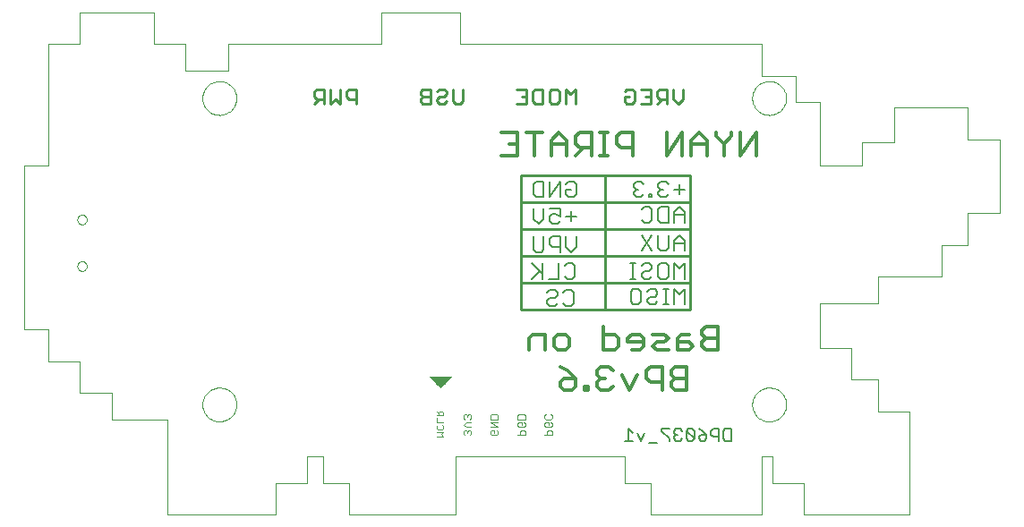
<source format=gbo>
G75*
%MOIN*%
%OFA0B0*%
%FSLAX24Y24*%
%IPPOS*%
%LPD*%
%AMOC8*
5,1,8,0,0,1.08239X$1,22.5*
%
%ADD10C,0.0100*%
%ADD11C,0.0040*%
%ADD12C,0.0120*%
%ADD13C,0.0110*%
%ADD14C,0.0080*%
%ADD15C,0.0010*%
%ADD16C,0.0000*%
%ADD17R,0.3346X0.0039*%
%ADD18R,0.3543X0.0039*%
%ADD19R,0.1181X0.0039*%
%ADD20R,0.0984X0.0039*%
%ADD21R,2.0276X0.0039*%
%ADD22R,0.2165X0.0039*%
%ADD23R,1.1220X0.0039*%
%ADD24R,0.2362X0.0039*%
%ADD25R,0.7874X0.0039*%
%ADD26R,0.0118X0.0039*%
%ADD27R,0.4528X0.0039*%
%ADD28R,0.4488X0.0039*%
%ADD29R,0.1024X0.0039*%
%ADD30R,2.1457X0.0039*%
%ADD31R,0.1220X0.0039*%
%ADD32R,1.9291X0.0039*%
%ADD33C,0.0060*%
D10*
X027936Y016774D02*
X031086Y016774D01*
X031086Y021774D01*
X027936Y021774D01*
X027936Y020774D01*
X034235Y020774D01*
X034235Y021774D01*
X031086Y021774D01*
X027936Y020774D02*
X027936Y019774D01*
X034235Y019774D01*
X034235Y020774D01*
X034235Y019774D02*
X034235Y018774D01*
X027936Y018774D01*
X027936Y017774D01*
X034235Y017774D01*
X034235Y018774D01*
X034235Y017774D02*
X034235Y016774D01*
X031086Y016774D01*
X027936Y016774D02*
X027936Y017774D01*
X027936Y018774D02*
X027936Y019774D01*
D11*
X027872Y012886D02*
X028058Y012886D01*
X028105Y012840D01*
X028105Y012700D01*
X027825Y012700D01*
X027825Y012840D01*
X027872Y012886D01*
X027872Y012592D02*
X027965Y012592D01*
X027965Y012498D01*
X028058Y012405D02*
X027872Y012405D01*
X027825Y012452D01*
X027825Y012545D01*
X027872Y012592D01*
X028058Y012592D02*
X028105Y012545D01*
X028105Y012452D01*
X028058Y012405D01*
X028058Y012297D02*
X027965Y012297D01*
X027918Y012250D01*
X027918Y012110D01*
X027825Y012110D02*
X028105Y012110D01*
X028105Y012250D01*
X028058Y012297D01*
X028825Y012452D02*
X028825Y012545D01*
X028872Y012592D01*
X028965Y012592D01*
X028965Y012498D01*
X029058Y012405D02*
X028872Y012405D01*
X028825Y012452D01*
X028965Y012297D02*
X028918Y012250D01*
X028918Y012110D01*
X028825Y012110D02*
X029105Y012110D01*
X029105Y012250D01*
X029058Y012297D01*
X028965Y012297D01*
X029058Y012405D02*
X029105Y012452D01*
X029105Y012545D01*
X029058Y012592D01*
X029058Y012700D02*
X028872Y012700D01*
X028825Y012746D01*
X028825Y012840D01*
X028872Y012886D01*
X029058Y012886D02*
X029105Y012840D01*
X029105Y012746D01*
X029058Y012700D01*
X027087Y012700D02*
X027087Y012840D01*
X027040Y012886D01*
X026853Y012886D01*
X026807Y012840D01*
X026807Y012700D01*
X027087Y012700D01*
X027087Y012592D02*
X026807Y012592D01*
X027087Y012405D01*
X026807Y012405D01*
X026853Y012297D02*
X026947Y012297D01*
X026947Y012204D01*
X027040Y012297D02*
X027087Y012250D01*
X027087Y012157D01*
X027040Y012110D01*
X026853Y012110D01*
X026807Y012157D01*
X026807Y012250D01*
X026853Y012297D01*
X026087Y012250D02*
X026040Y012297D01*
X025994Y012297D01*
X025947Y012250D01*
X025900Y012297D01*
X025853Y012297D01*
X025807Y012250D01*
X025807Y012157D01*
X025853Y012110D01*
X025947Y012204D02*
X025947Y012250D01*
X026087Y012250D02*
X026087Y012157D01*
X026040Y012110D01*
X026087Y012405D02*
X025900Y012405D01*
X025807Y012498D01*
X025900Y012592D01*
X026087Y012592D01*
X026040Y012700D02*
X026087Y012746D01*
X026087Y012840D01*
X026040Y012886D01*
X025994Y012886D01*
X025947Y012840D01*
X025900Y012886D01*
X025853Y012886D01*
X025807Y012840D01*
X025807Y012746D01*
X025853Y012700D01*
X025947Y012793D02*
X025947Y012840D01*
X025047Y012844D02*
X025047Y012964D01*
X025007Y013004D01*
X024927Y013004D01*
X024887Y012964D01*
X024887Y012844D01*
X024807Y012844D02*
X025047Y012844D01*
X024887Y012924D02*
X024807Y013004D01*
X024807Y012747D02*
X024807Y012587D01*
X025047Y012587D01*
X025007Y012489D02*
X025047Y012449D01*
X025047Y012369D01*
X025007Y012329D01*
X024847Y012329D01*
X024807Y012369D01*
X024807Y012449D01*
X024847Y012489D01*
X024807Y012231D02*
X025047Y012231D01*
X024967Y012151D01*
X025047Y012071D01*
X024807Y012071D01*
D12*
X028243Y015281D02*
X028243Y015721D01*
X028390Y015868D01*
X028830Y015868D01*
X028830Y015281D01*
X029164Y015428D02*
X029164Y015721D01*
X029311Y015868D01*
X029604Y015868D01*
X029751Y015721D01*
X029751Y015428D01*
X029604Y015281D01*
X029311Y015281D01*
X029164Y015428D01*
X029394Y014662D02*
X029688Y014515D01*
X029981Y014221D01*
X029541Y014221D01*
X029394Y014075D01*
X029394Y013928D01*
X029541Y013781D01*
X029835Y013781D01*
X029981Y013928D01*
X029981Y014221D01*
X030295Y013928D02*
X030295Y013781D01*
X030442Y013781D01*
X030442Y013928D01*
X030295Y013928D01*
X030775Y013928D02*
X030922Y013781D01*
X031216Y013781D01*
X031363Y013928D01*
X031069Y014221D02*
X030922Y014221D01*
X030775Y014075D01*
X030775Y013928D01*
X030922Y014221D02*
X030775Y014368D01*
X030775Y014515D01*
X030922Y014662D01*
X031216Y014662D01*
X031363Y014515D01*
X031696Y014368D02*
X031990Y013781D01*
X032283Y014368D01*
X032617Y014221D02*
X032764Y014075D01*
X033204Y014075D01*
X033204Y013781D02*
X033204Y014662D01*
X032764Y014662D01*
X032617Y014515D01*
X032617Y014221D01*
X033538Y014075D02*
X033538Y013928D01*
X033685Y013781D01*
X034125Y013781D01*
X034125Y014662D01*
X033685Y014662D01*
X033538Y014515D01*
X033538Y014368D01*
X033685Y014221D01*
X034125Y014221D01*
X033685Y014221D02*
X033538Y014075D01*
X033434Y015281D02*
X032994Y015281D01*
X032847Y015428D01*
X032994Y015575D01*
X033288Y015575D01*
X033434Y015721D01*
X033288Y015868D01*
X032847Y015868D01*
X032514Y015721D02*
X032514Y015428D01*
X032367Y015281D01*
X032073Y015281D01*
X031926Y015575D02*
X032514Y015575D01*
X032514Y015721D02*
X032367Y015868D01*
X032073Y015868D01*
X031926Y015721D01*
X031926Y015575D01*
X031593Y015721D02*
X031446Y015868D01*
X031006Y015868D01*
X031006Y016162D02*
X031006Y015281D01*
X031446Y015281D01*
X031593Y015428D01*
X031593Y015721D01*
X033768Y015721D02*
X033768Y015281D01*
X034208Y015281D01*
X034355Y015428D01*
X034208Y015575D01*
X033768Y015575D01*
X033768Y015721D02*
X033915Y015868D01*
X034208Y015868D01*
X034689Y015868D02*
X034836Y015721D01*
X035276Y015721D01*
X035276Y015281D02*
X035276Y016162D01*
X034836Y016162D01*
X034689Y016015D01*
X034689Y015868D01*
X034836Y015721D02*
X034689Y015575D01*
X034689Y015428D01*
X034836Y015281D01*
X035276Y015281D01*
X035497Y022511D02*
X035497Y022952D01*
X035203Y023245D01*
X035203Y023392D01*
X034869Y023098D02*
X034576Y023392D01*
X034282Y023098D01*
X034282Y022511D01*
X033949Y022511D02*
X033949Y023392D01*
X033361Y022511D01*
X033361Y023392D01*
X034282Y022952D02*
X034869Y022952D01*
X034869Y023098D02*
X034869Y022511D01*
X035497Y022952D02*
X035790Y023245D01*
X035790Y023392D01*
X036124Y023392D02*
X036124Y022511D01*
X036711Y023392D01*
X036711Y022511D01*
X032107Y022511D02*
X032107Y023392D01*
X031667Y023392D01*
X031520Y023245D01*
X031520Y022952D01*
X031667Y022805D01*
X032107Y022805D01*
X031186Y022511D02*
X030893Y022511D01*
X031039Y022511D02*
X031039Y023392D01*
X030893Y023392D02*
X031186Y023392D01*
X030572Y023392D02*
X030572Y022511D01*
X030572Y022805D02*
X030132Y022805D01*
X029985Y022952D01*
X029985Y023245D01*
X030132Y023392D01*
X030572Y023392D01*
X029652Y023098D02*
X029358Y023392D01*
X029064Y023098D01*
X029064Y022511D01*
X029064Y022952D02*
X029652Y022952D01*
X029652Y023098D02*
X029652Y022511D01*
X029985Y022511D02*
X030279Y022805D01*
X028731Y023392D02*
X028144Y023392D01*
X028437Y023392D02*
X028437Y022511D01*
X027810Y022511D02*
X027223Y022511D01*
X027516Y022952D02*
X027810Y022952D01*
X027810Y023392D02*
X027223Y023392D01*
X027810Y023392D02*
X027810Y022511D01*
D13*
X027778Y024448D02*
X028145Y024448D01*
X028145Y024998D01*
X027778Y024998D01*
X027962Y024723D02*
X028145Y024723D01*
X028386Y024906D02*
X028478Y024998D01*
X028753Y024998D01*
X028753Y024448D01*
X028478Y024448D01*
X028386Y024539D01*
X028386Y024906D01*
X028994Y024906D02*
X028994Y024539D01*
X029086Y024448D01*
X029269Y024448D01*
X029361Y024539D01*
X029361Y024906D01*
X029269Y024998D01*
X029086Y024998D01*
X028994Y024906D01*
X029602Y024998D02*
X029602Y024448D01*
X029969Y024448D02*
X029969Y024998D01*
X029785Y024815D01*
X029602Y024998D01*
X031802Y024906D02*
X031893Y024998D01*
X032077Y024998D01*
X032169Y024906D01*
X032169Y024539D01*
X032077Y024448D01*
X031893Y024448D01*
X031802Y024539D01*
X031802Y024723D01*
X031985Y024723D01*
X032409Y024998D02*
X032776Y024998D01*
X032776Y024448D01*
X032409Y024448D01*
X032593Y024723D02*
X032776Y024723D01*
X033017Y024723D02*
X033109Y024631D01*
X033384Y024631D01*
X033384Y024448D02*
X033384Y024998D01*
X033109Y024998D01*
X033017Y024906D01*
X033017Y024723D01*
X033201Y024631D02*
X033017Y024448D01*
X033625Y024631D02*
X033625Y024998D01*
X033992Y024998D02*
X033992Y024631D01*
X033808Y024448D01*
X033625Y024631D01*
X025777Y024539D02*
X025685Y024448D01*
X025502Y024448D01*
X025410Y024539D01*
X025410Y024998D01*
X025169Y024906D02*
X025169Y024815D01*
X025077Y024723D01*
X024894Y024723D01*
X024802Y024631D01*
X024802Y024539D01*
X024894Y024448D01*
X025077Y024448D01*
X025169Y024539D01*
X025169Y024906D02*
X025077Y024998D01*
X024894Y024998D01*
X024802Y024906D01*
X024561Y024998D02*
X024561Y024448D01*
X024286Y024448D01*
X024194Y024539D01*
X024194Y024631D01*
X024286Y024723D01*
X024561Y024723D01*
X024286Y024723D02*
X024194Y024815D01*
X024194Y024906D01*
X024286Y024998D01*
X024561Y024998D01*
X025777Y024998D02*
X025777Y024539D01*
X021824Y024448D02*
X021824Y024998D01*
X021549Y024998D01*
X021457Y024906D01*
X021457Y024723D01*
X021549Y024631D01*
X021824Y024631D01*
X021216Y024448D02*
X021033Y024631D01*
X020850Y024448D01*
X020850Y024998D01*
X020609Y024998D02*
X020609Y024448D01*
X020609Y024631D02*
X020334Y024631D01*
X020242Y024723D01*
X020242Y024906D01*
X020334Y024998D01*
X020609Y024998D01*
X020425Y024631D02*
X020242Y024448D01*
X021216Y024448D02*
X021216Y024998D01*
D14*
X028404Y021460D02*
X028404Y021073D01*
X028501Y020976D01*
X028791Y020976D01*
X028791Y021557D01*
X028501Y021557D01*
X028404Y021460D01*
X029012Y021557D02*
X029012Y020976D01*
X029399Y021557D01*
X029399Y020976D01*
X029620Y021073D02*
X029620Y021267D01*
X029813Y021267D01*
X029620Y021460D02*
X029717Y021557D01*
X029910Y021557D01*
X030007Y021460D01*
X030007Y021073D01*
X029910Y020976D01*
X029717Y020976D01*
X029620Y021073D01*
X029399Y020557D02*
X029012Y020557D01*
X029109Y020363D02*
X029012Y020267D01*
X029012Y020073D01*
X029109Y019976D01*
X029302Y019976D01*
X029399Y020073D01*
X029399Y020267D02*
X029206Y020363D01*
X029109Y020363D01*
X029399Y020267D02*
X029399Y020557D01*
X029620Y020267D02*
X030007Y020267D01*
X029813Y020460D02*
X029813Y020073D01*
X029620Y019507D02*
X029620Y019120D01*
X029813Y018926D01*
X030007Y019120D01*
X030007Y019507D01*
X029399Y019507D02*
X029399Y018926D01*
X029399Y019120D02*
X029109Y019120D01*
X029012Y019217D01*
X029012Y019410D01*
X029109Y019507D01*
X029399Y019507D01*
X028791Y019507D02*
X028791Y019023D01*
X028695Y018926D01*
X028501Y018926D01*
X028404Y019023D01*
X028404Y019507D01*
X028598Y019976D02*
X028404Y020170D01*
X028404Y020557D01*
X028791Y020557D02*
X028791Y020170D01*
X028598Y019976D01*
X028741Y018507D02*
X028741Y017926D01*
X028741Y018120D02*
X028354Y018507D01*
X028645Y018217D02*
X028354Y017926D01*
X028962Y017926D02*
X029349Y017926D01*
X029349Y018507D01*
X029570Y018410D02*
X029667Y018507D01*
X029860Y018507D01*
X029957Y018410D01*
X029957Y018023D01*
X029860Y017926D01*
X029667Y017926D01*
X029570Y018023D01*
X029614Y017517D02*
X029807Y017517D01*
X029904Y017421D01*
X029904Y017034D01*
X029807Y016937D01*
X029614Y016937D01*
X029517Y017034D01*
X029296Y017034D02*
X029199Y016937D01*
X029006Y016937D01*
X028909Y017034D01*
X028909Y017130D01*
X029006Y017227D01*
X029199Y017227D01*
X029296Y017324D01*
X029296Y017421D01*
X029199Y017517D01*
X029006Y017517D01*
X028909Y017421D01*
X029517Y017421D02*
X029614Y017517D01*
X032030Y017460D02*
X032030Y017073D01*
X032127Y016976D01*
X032321Y016976D01*
X032417Y017073D01*
X032417Y017460D01*
X032321Y017557D01*
X032127Y017557D01*
X032030Y017460D01*
X032021Y017926D02*
X032215Y017926D01*
X032118Y017926D02*
X032118Y018507D01*
X032215Y018507D02*
X032021Y018507D01*
X032436Y018410D02*
X032532Y018507D01*
X032726Y018507D01*
X032823Y018410D01*
X032823Y018313D01*
X032726Y018217D01*
X032532Y018217D01*
X032436Y018120D01*
X032436Y018023D01*
X032532Y017926D01*
X032726Y017926D01*
X032823Y018023D01*
X033043Y018023D02*
X033043Y018410D01*
X033140Y018507D01*
X033334Y018507D01*
X033430Y018410D01*
X033430Y018023D01*
X033334Y017926D01*
X033140Y017926D01*
X033043Y018023D01*
X032928Y017557D02*
X033025Y017460D01*
X033025Y017363D01*
X032928Y017267D01*
X032735Y017267D01*
X032638Y017170D01*
X032638Y017073D01*
X032735Y016976D01*
X032928Y016976D01*
X033025Y017073D01*
X033237Y016976D02*
X033430Y016976D01*
X033334Y016976D02*
X033334Y017557D01*
X033430Y017557D02*
X033237Y017557D01*
X032928Y017557D02*
X032735Y017557D01*
X032638Y017460D01*
X033651Y017557D02*
X033651Y016976D01*
X034038Y016976D02*
X034038Y017557D01*
X033845Y017363D01*
X033651Y017557D01*
X033651Y017926D02*
X033651Y018507D01*
X033845Y018313D01*
X034038Y018507D01*
X034038Y017926D01*
X034038Y018976D02*
X034038Y019363D01*
X033845Y019557D01*
X033651Y019363D01*
X033651Y018976D01*
X033430Y019073D02*
X033334Y018976D01*
X033140Y018976D01*
X033043Y019073D01*
X033043Y019557D01*
X032823Y019557D02*
X032436Y018976D01*
X032823Y018976D02*
X032436Y019557D01*
X032532Y020026D02*
X032436Y020123D01*
X032532Y020026D02*
X032726Y020026D01*
X032823Y020123D01*
X032823Y020510D01*
X032726Y020607D01*
X032532Y020607D01*
X032436Y020510D01*
X032422Y020976D02*
X032519Y021073D01*
X032422Y020976D02*
X032228Y020976D01*
X032132Y021073D01*
X032132Y021170D01*
X032228Y021267D01*
X032325Y021267D01*
X032228Y021267D02*
X032132Y021363D01*
X032132Y021460D01*
X032228Y021557D01*
X032422Y021557D01*
X032519Y021460D01*
X032726Y021073D02*
X032726Y020976D01*
X032823Y020976D01*
X032823Y021073D01*
X032726Y021073D01*
X033043Y021073D02*
X033140Y020976D01*
X033334Y020976D01*
X033430Y021073D01*
X033237Y021267D02*
X033140Y021267D01*
X033043Y021170D01*
X033043Y021073D01*
X033140Y021267D02*
X033043Y021363D01*
X033043Y021460D01*
X033140Y021557D01*
X033334Y021557D01*
X033430Y021460D01*
X033651Y021267D02*
X034038Y021267D01*
X033845Y021460D02*
X033845Y021073D01*
X033845Y020607D02*
X033651Y020413D01*
X033651Y020026D01*
X033430Y020026D02*
X033430Y020607D01*
X033140Y020607D01*
X033043Y020510D01*
X033043Y020123D01*
X033140Y020026D01*
X033430Y020026D01*
X033651Y020317D02*
X034038Y020317D01*
X034038Y020413D02*
X033845Y020607D01*
X034038Y020413D02*
X034038Y020026D01*
X033430Y019557D02*
X033430Y019073D01*
X033651Y019267D02*
X034038Y019267D01*
D15*
X025337Y014281D02*
X024550Y014281D01*
X024944Y013888D01*
X025337Y014281D01*
X025332Y014276D02*
X024555Y014276D01*
X024564Y014268D02*
X025324Y014268D01*
X025315Y014259D02*
X024572Y014259D01*
X024581Y014251D02*
X025307Y014251D01*
X025298Y014242D02*
X024589Y014242D01*
X024598Y014234D02*
X025290Y014234D01*
X025281Y014225D02*
X024606Y014225D01*
X024615Y014217D02*
X025273Y014217D01*
X025264Y014208D02*
X024623Y014208D01*
X024632Y014200D02*
X025256Y014200D01*
X025247Y014191D02*
X024640Y014191D01*
X024649Y014183D02*
X025239Y014183D01*
X025230Y014174D02*
X024657Y014174D01*
X024666Y014166D02*
X025222Y014166D01*
X025213Y014157D02*
X024674Y014157D01*
X024683Y014149D02*
X025205Y014149D01*
X025196Y014140D02*
X024691Y014140D01*
X024700Y014132D02*
X025188Y014132D01*
X025179Y014123D02*
X024708Y014123D01*
X024717Y014115D02*
X025171Y014115D01*
X025162Y014106D02*
X024725Y014106D01*
X024734Y014098D02*
X025154Y014098D01*
X025145Y014089D02*
X024742Y014089D01*
X024751Y014081D02*
X025137Y014081D01*
X025128Y014072D02*
X024759Y014072D01*
X024768Y014064D02*
X025120Y014064D01*
X025111Y014055D02*
X024776Y014055D01*
X024785Y014047D02*
X025103Y014047D01*
X025094Y014038D02*
X024793Y014038D01*
X024802Y014030D02*
X025086Y014030D01*
X025077Y014021D02*
X024810Y014021D01*
X024819Y014013D02*
X025069Y014013D01*
X025060Y014004D02*
X024827Y014004D01*
X024836Y013996D02*
X025052Y013996D01*
X025043Y013987D02*
X024844Y013987D01*
X024853Y013979D02*
X025035Y013979D01*
X025026Y013970D02*
X024861Y013970D01*
X024870Y013962D02*
X025018Y013962D01*
X025009Y013953D02*
X024878Y013953D01*
X024887Y013945D02*
X025001Y013945D01*
X024992Y013936D02*
X024895Y013936D01*
X024904Y013928D02*
X024984Y013928D01*
X024975Y013919D02*
X024912Y013919D01*
X024921Y013911D02*
X024967Y013911D01*
X024958Y013902D02*
X024929Y013902D01*
X024938Y013894D02*
X024950Y013894D01*
D16*
X014767Y012700D02*
X012700Y012700D01*
X012700Y013684D01*
X011519Y013684D01*
X011519Y014865D01*
X010337Y014865D01*
X010337Y016046D01*
X009452Y016046D01*
X009452Y022149D01*
X010337Y022149D01*
X010337Y026676D01*
X011519Y026676D01*
X011519Y027857D01*
X014274Y027857D01*
X014274Y026676D01*
X015456Y026676D01*
X015456Y025692D01*
X017030Y025692D01*
X017030Y026676D01*
X022739Y026676D01*
X022739Y027857D01*
X025692Y027857D01*
X025692Y026676D01*
X036912Y026676D01*
X036912Y025495D01*
X038192Y025495D01*
X038192Y024511D01*
X039078Y024511D01*
X039078Y022149D01*
X040652Y022149D01*
X040652Y023034D01*
X041834Y023034D01*
X041834Y024314D01*
X044589Y024314D01*
X044589Y023133D01*
X045771Y023133D01*
X045771Y020377D01*
X044589Y020377D01*
X044589Y019196D01*
X043605Y019196D01*
X043605Y018015D01*
X041243Y018015D01*
X041243Y017030D01*
X039078Y017030D01*
X039078Y015357D01*
X040259Y015357D01*
X040259Y014176D01*
X041243Y014176D01*
X041243Y012995D01*
X042424Y012995D01*
X042424Y009156D01*
X038487Y009156D01*
X038487Y010337D01*
X037306Y010337D01*
X037306Y011322D01*
X036912Y011322D01*
X036912Y009156D01*
X032778Y009156D01*
X032778Y010337D01*
X031794Y010337D01*
X031794Y011322D01*
X025495Y011322D01*
X025495Y009156D01*
X021558Y009156D01*
X021558Y010337D01*
X020574Y010337D01*
X020574Y011322D01*
X019983Y011322D01*
X019983Y010337D01*
X018802Y010337D01*
X018802Y009156D01*
X014767Y009156D01*
X014767Y012700D01*
X016085Y013251D02*
X016087Y013301D01*
X016093Y013351D01*
X016103Y013400D01*
X016117Y013448D01*
X016134Y013495D01*
X016155Y013540D01*
X016180Y013584D01*
X016208Y013625D01*
X016240Y013664D01*
X016274Y013701D01*
X016311Y013735D01*
X016351Y013765D01*
X016393Y013792D01*
X016437Y013816D01*
X016483Y013837D01*
X016530Y013853D01*
X016578Y013866D01*
X016628Y013875D01*
X016677Y013880D01*
X016728Y013881D01*
X016778Y013878D01*
X016827Y013871D01*
X016876Y013860D01*
X016924Y013845D01*
X016970Y013827D01*
X017015Y013805D01*
X017058Y013779D01*
X017099Y013750D01*
X017138Y013718D01*
X017174Y013683D01*
X017206Y013645D01*
X017236Y013605D01*
X017263Y013562D01*
X017286Y013518D01*
X017305Y013472D01*
X017321Y013424D01*
X017333Y013375D01*
X017341Y013326D01*
X017345Y013276D01*
X017345Y013226D01*
X017341Y013176D01*
X017333Y013127D01*
X017321Y013078D01*
X017305Y013030D01*
X017286Y012984D01*
X017263Y012940D01*
X017236Y012897D01*
X017206Y012857D01*
X017174Y012819D01*
X017138Y012784D01*
X017099Y012752D01*
X017058Y012723D01*
X017015Y012697D01*
X016970Y012675D01*
X016924Y012657D01*
X016876Y012642D01*
X016827Y012631D01*
X016778Y012624D01*
X016728Y012621D01*
X016677Y012622D01*
X016628Y012627D01*
X016578Y012636D01*
X016530Y012649D01*
X016483Y012665D01*
X016437Y012686D01*
X016393Y012710D01*
X016351Y012737D01*
X016311Y012767D01*
X016274Y012801D01*
X016240Y012838D01*
X016208Y012877D01*
X016180Y012918D01*
X016155Y012962D01*
X016134Y013007D01*
X016117Y013054D01*
X016103Y013102D01*
X016093Y013151D01*
X016087Y013201D01*
X016085Y013251D01*
X011420Y018408D02*
X011422Y018434D01*
X011428Y018460D01*
X011438Y018485D01*
X011451Y018508D01*
X011467Y018528D01*
X011487Y018546D01*
X011509Y018561D01*
X011532Y018573D01*
X011558Y018581D01*
X011584Y018585D01*
X011610Y018585D01*
X011636Y018581D01*
X011662Y018573D01*
X011686Y018561D01*
X011707Y018546D01*
X011727Y018528D01*
X011743Y018508D01*
X011756Y018485D01*
X011766Y018460D01*
X011772Y018434D01*
X011774Y018408D01*
X011772Y018382D01*
X011766Y018356D01*
X011756Y018331D01*
X011743Y018308D01*
X011727Y018288D01*
X011707Y018270D01*
X011685Y018255D01*
X011662Y018243D01*
X011636Y018235D01*
X011610Y018231D01*
X011584Y018231D01*
X011558Y018235D01*
X011532Y018243D01*
X011508Y018255D01*
X011487Y018270D01*
X011467Y018288D01*
X011451Y018308D01*
X011438Y018331D01*
X011428Y018356D01*
X011422Y018382D01*
X011420Y018408D01*
X011420Y020141D02*
X011422Y020167D01*
X011428Y020193D01*
X011438Y020218D01*
X011451Y020241D01*
X011467Y020261D01*
X011487Y020279D01*
X011509Y020294D01*
X011532Y020306D01*
X011558Y020314D01*
X011584Y020318D01*
X011610Y020318D01*
X011636Y020314D01*
X011662Y020306D01*
X011686Y020294D01*
X011707Y020279D01*
X011727Y020261D01*
X011743Y020241D01*
X011756Y020218D01*
X011766Y020193D01*
X011772Y020167D01*
X011774Y020141D01*
X011772Y020115D01*
X011766Y020089D01*
X011756Y020064D01*
X011743Y020041D01*
X011727Y020021D01*
X011707Y020003D01*
X011685Y019988D01*
X011662Y019976D01*
X011636Y019968D01*
X011610Y019964D01*
X011584Y019964D01*
X011558Y019968D01*
X011532Y019976D01*
X011508Y019988D01*
X011487Y020003D01*
X011467Y020021D01*
X011451Y020041D01*
X011438Y020064D01*
X011428Y020089D01*
X011422Y020115D01*
X011420Y020141D01*
X016085Y024668D02*
X016087Y024718D01*
X016093Y024768D01*
X016103Y024817D01*
X016117Y024865D01*
X016134Y024912D01*
X016155Y024957D01*
X016180Y025001D01*
X016208Y025042D01*
X016240Y025081D01*
X016274Y025118D01*
X016311Y025152D01*
X016351Y025182D01*
X016393Y025209D01*
X016437Y025233D01*
X016483Y025254D01*
X016530Y025270D01*
X016578Y025283D01*
X016628Y025292D01*
X016677Y025297D01*
X016728Y025298D01*
X016778Y025295D01*
X016827Y025288D01*
X016876Y025277D01*
X016924Y025262D01*
X016970Y025244D01*
X017015Y025222D01*
X017058Y025196D01*
X017099Y025167D01*
X017138Y025135D01*
X017174Y025100D01*
X017206Y025062D01*
X017236Y025022D01*
X017263Y024979D01*
X017286Y024935D01*
X017305Y024889D01*
X017321Y024841D01*
X017333Y024792D01*
X017341Y024743D01*
X017345Y024693D01*
X017345Y024643D01*
X017341Y024593D01*
X017333Y024544D01*
X017321Y024495D01*
X017305Y024447D01*
X017286Y024401D01*
X017263Y024357D01*
X017236Y024314D01*
X017206Y024274D01*
X017174Y024236D01*
X017138Y024201D01*
X017099Y024169D01*
X017058Y024140D01*
X017015Y024114D01*
X016970Y024092D01*
X016924Y024074D01*
X016876Y024059D01*
X016827Y024048D01*
X016778Y024041D01*
X016728Y024038D01*
X016677Y024039D01*
X016628Y024044D01*
X016578Y024053D01*
X016530Y024066D01*
X016483Y024082D01*
X016437Y024103D01*
X016393Y024127D01*
X016351Y024154D01*
X016311Y024184D01*
X016274Y024218D01*
X016240Y024255D01*
X016208Y024294D01*
X016180Y024335D01*
X016155Y024379D01*
X016134Y024424D01*
X016117Y024471D01*
X016103Y024519D01*
X016093Y024568D01*
X016087Y024618D01*
X016085Y024668D01*
X036558Y024668D02*
X036560Y024718D01*
X036566Y024768D01*
X036576Y024817D01*
X036590Y024865D01*
X036607Y024912D01*
X036628Y024957D01*
X036653Y025001D01*
X036681Y025042D01*
X036713Y025081D01*
X036747Y025118D01*
X036784Y025152D01*
X036824Y025182D01*
X036866Y025209D01*
X036910Y025233D01*
X036956Y025254D01*
X037003Y025270D01*
X037051Y025283D01*
X037101Y025292D01*
X037150Y025297D01*
X037201Y025298D01*
X037251Y025295D01*
X037300Y025288D01*
X037349Y025277D01*
X037397Y025262D01*
X037443Y025244D01*
X037488Y025222D01*
X037531Y025196D01*
X037572Y025167D01*
X037611Y025135D01*
X037647Y025100D01*
X037679Y025062D01*
X037709Y025022D01*
X037736Y024979D01*
X037759Y024935D01*
X037778Y024889D01*
X037794Y024841D01*
X037806Y024792D01*
X037814Y024743D01*
X037818Y024693D01*
X037818Y024643D01*
X037814Y024593D01*
X037806Y024544D01*
X037794Y024495D01*
X037778Y024447D01*
X037759Y024401D01*
X037736Y024357D01*
X037709Y024314D01*
X037679Y024274D01*
X037647Y024236D01*
X037611Y024201D01*
X037572Y024169D01*
X037531Y024140D01*
X037488Y024114D01*
X037443Y024092D01*
X037397Y024074D01*
X037349Y024059D01*
X037300Y024048D01*
X037251Y024041D01*
X037201Y024038D01*
X037150Y024039D01*
X037101Y024044D01*
X037051Y024053D01*
X037003Y024066D01*
X036956Y024082D01*
X036910Y024103D01*
X036866Y024127D01*
X036824Y024154D01*
X036784Y024184D01*
X036747Y024218D01*
X036713Y024255D01*
X036681Y024294D01*
X036653Y024335D01*
X036628Y024379D01*
X036607Y024424D01*
X036590Y024471D01*
X036576Y024519D01*
X036566Y024568D01*
X036560Y024618D01*
X036558Y024668D01*
X036558Y013251D02*
X036560Y013301D01*
X036566Y013351D01*
X036576Y013400D01*
X036590Y013448D01*
X036607Y013495D01*
X036628Y013540D01*
X036653Y013584D01*
X036681Y013625D01*
X036713Y013664D01*
X036747Y013701D01*
X036784Y013735D01*
X036824Y013765D01*
X036866Y013792D01*
X036910Y013816D01*
X036956Y013837D01*
X037003Y013853D01*
X037051Y013866D01*
X037101Y013875D01*
X037150Y013880D01*
X037201Y013881D01*
X037251Y013878D01*
X037300Y013871D01*
X037349Y013860D01*
X037397Y013845D01*
X037443Y013827D01*
X037488Y013805D01*
X037531Y013779D01*
X037572Y013750D01*
X037611Y013718D01*
X037647Y013683D01*
X037679Y013645D01*
X037709Y013605D01*
X037736Y013562D01*
X037759Y013518D01*
X037778Y013472D01*
X037794Y013424D01*
X037806Y013375D01*
X037814Y013326D01*
X037818Y013276D01*
X037818Y013226D01*
X037814Y013176D01*
X037806Y013127D01*
X037794Y013078D01*
X037778Y013030D01*
X037759Y012984D01*
X037736Y012940D01*
X037709Y012897D01*
X037679Y012857D01*
X037647Y012819D01*
X037611Y012784D01*
X037572Y012752D01*
X037531Y012723D01*
X037488Y012697D01*
X037443Y012675D01*
X037397Y012657D01*
X037349Y012642D01*
X037300Y012631D01*
X037251Y012624D01*
X037201Y012621D01*
X037150Y012622D01*
X037101Y012627D01*
X037051Y012636D01*
X037003Y012649D01*
X036956Y012665D01*
X036910Y012686D01*
X036866Y012710D01*
X036824Y012737D01*
X036784Y012767D01*
X036747Y012801D01*
X036713Y012838D01*
X036681Y012877D01*
X036653Y012918D01*
X036628Y012962D01*
X036607Y013007D01*
X036590Y013054D01*
X036576Y013102D01*
X036566Y013151D01*
X036560Y013201D01*
X036558Y013251D01*
D17*
X040456Y010574D03*
X040456Y010534D03*
X040456Y010495D03*
X040456Y010456D03*
X040456Y010416D03*
X040456Y010377D03*
X040456Y010337D03*
X040456Y010298D03*
X040456Y010259D03*
X040456Y010219D03*
X040456Y010180D03*
X040456Y010141D03*
X040456Y010101D03*
X040456Y010062D03*
X040456Y010023D03*
X040456Y009983D03*
X040456Y009944D03*
X040456Y009904D03*
X040456Y009865D03*
X040456Y009826D03*
X040456Y009786D03*
X040456Y009747D03*
X040456Y009708D03*
X040456Y009668D03*
X040456Y009629D03*
X040456Y009589D03*
X040456Y009550D03*
X040456Y009511D03*
X040456Y009471D03*
X040456Y009432D03*
X039274Y017306D03*
X039274Y017345D03*
X039274Y017385D03*
X039274Y017424D03*
X039274Y017463D03*
X039274Y017503D03*
X039274Y017542D03*
X039274Y017582D03*
X039274Y017621D03*
X039274Y017660D03*
X039274Y017700D03*
X039274Y017739D03*
X039274Y017778D03*
X039274Y017818D03*
X039274Y017857D03*
X039274Y017897D03*
X039274Y017936D03*
X039274Y017975D03*
X039274Y018015D03*
X039274Y018054D03*
X039274Y018093D03*
X039274Y018133D03*
X039274Y018172D03*
X039274Y018211D03*
X039274Y018251D03*
X023526Y010574D03*
X023526Y010534D03*
X023526Y010495D03*
X023526Y010456D03*
X023526Y010416D03*
X023526Y010377D03*
X023526Y010337D03*
X023526Y010298D03*
X023526Y010259D03*
X023526Y010219D03*
X023526Y010180D03*
X023526Y010141D03*
X023526Y010101D03*
X023526Y010062D03*
X023526Y010023D03*
X023526Y009983D03*
X023526Y009944D03*
X023526Y009904D03*
X023526Y009865D03*
X023526Y009826D03*
X023526Y009786D03*
X023526Y009747D03*
X023526Y009708D03*
X023526Y009668D03*
X023526Y009629D03*
X023526Y009589D03*
X023526Y009550D03*
X023526Y009511D03*
X023526Y009471D03*
X023526Y009432D03*
X016834Y009432D03*
X016834Y009471D03*
X016834Y009511D03*
X016834Y009550D03*
X016834Y009589D03*
X016834Y009629D03*
X016834Y009668D03*
X016834Y009708D03*
X016834Y009747D03*
X016834Y009786D03*
X016834Y009826D03*
X016834Y009865D03*
X016834Y009904D03*
X016834Y009944D03*
X016834Y009983D03*
X016834Y010023D03*
X016834Y010062D03*
X016834Y010101D03*
X016834Y010141D03*
X016834Y010180D03*
X016834Y010219D03*
X016834Y010259D03*
X016834Y010298D03*
X016834Y010337D03*
X016834Y010377D03*
X016834Y010416D03*
X016834Y010456D03*
X016834Y010495D03*
X016834Y010534D03*
X016834Y010574D03*
D18*
X034845Y010574D03*
X034845Y010534D03*
X034845Y010495D03*
X034845Y010456D03*
X034845Y010416D03*
X034845Y010377D03*
X034845Y010337D03*
X034845Y010298D03*
X034845Y010259D03*
X034845Y010219D03*
X034845Y010180D03*
X034845Y010141D03*
X034845Y010101D03*
X034845Y010062D03*
X034845Y010023D03*
X034845Y009983D03*
X034845Y009944D03*
X034845Y009904D03*
X034845Y009865D03*
X034845Y009826D03*
X034845Y009786D03*
X034845Y009747D03*
X034845Y009708D03*
X034845Y009668D03*
X034845Y009629D03*
X034845Y009589D03*
X034845Y009550D03*
X034845Y009511D03*
X034845Y009471D03*
X034845Y009432D03*
D19*
X036026Y010613D03*
X036026Y010652D03*
X036026Y010692D03*
X036026Y010731D03*
X036026Y010771D03*
X036026Y010810D03*
X036026Y010849D03*
X036026Y010889D03*
X036026Y010928D03*
X036026Y010967D03*
X036026Y011007D03*
X036026Y011046D03*
X036026Y011086D03*
X036026Y011125D03*
X036026Y011164D03*
X036026Y011204D03*
X036026Y011243D03*
X036026Y011282D03*
X036026Y011322D03*
X036026Y011361D03*
X036026Y011400D03*
X036026Y011440D03*
X036026Y011479D03*
X036026Y011519D03*
X036026Y011558D03*
X038192Y011558D03*
X038192Y011519D03*
X038192Y011479D03*
X038192Y011440D03*
X038192Y011400D03*
X038192Y011361D03*
X038192Y011322D03*
X038192Y011282D03*
X038192Y011243D03*
X038192Y011204D03*
X038192Y011164D03*
X038192Y011125D03*
X038192Y011086D03*
X038192Y011046D03*
X038192Y011007D03*
X038192Y010967D03*
X038192Y010928D03*
X038192Y010889D03*
X038192Y010849D03*
X038192Y010810D03*
X038192Y010771D03*
X038192Y010731D03*
X038192Y010692D03*
X038192Y010652D03*
X038192Y010613D03*
X041538Y010613D03*
X041538Y010652D03*
X041538Y010692D03*
X041538Y010731D03*
X041538Y010771D03*
X041538Y010810D03*
X041538Y010849D03*
X041538Y010889D03*
X041538Y010928D03*
X041538Y010967D03*
X041538Y011007D03*
X041538Y011046D03*
X041538Y011086D03*
X041538Y011125D03*
X041538Y011164D03*
X041538Y011204D03*
X041538Y011243D03*
X041538Y011282D03*
X041538Y011322D03*
X041538Y011361D03*
X041538Y011400D03*
X041538Y011440D03*
X041538Y011479D03*
X041538Y011519D03*
X041538Y011558D03*
X041538Y011597D03*
X041538Y011637D03*
X041538Y011676D03*
X041538Y011715D03*
X041538Y011755D03*
X041538Y011794D03*
X041538Y011834D03*
X041538Y011873D03*
X041538Y011912D03*
X041538Y011952D03*
X041538Y011991D03*
X041538Y012030D03*
X041538Y012070D03*
X041538Y012109D03*
X041538Y012149D03*
X041538Y012188D03*
X041538Y012227D03*
X041538Y012267D03*
X041538Y012306D03*
X041538Y012345D03*
X041538Y012385D03*
X041538Y012424D03*
X041538Y012463D03*
X041538Y012503D03*
X041538Y012542D03*
X041538Y012582D03*
X041538Y012621D03*
X041538Y012660D03*
X041538Y012700D03*
X041538Y012739D03*
X038192Y015141D03*
X038192Y015180D03*
X038192Y015219D03*
X038192Y015259D03*
X038192Y015298D03*
X038192Y015337D03*
X038192Y015377D03*
X038192Y015416D03*
X038192Y015456D03*
X038192Y015495D03*
X038192Y015534D03*
X038192Y015574D03*
X038192Y015613D03*
X038192Y015652D03*
X038192Y015692D03*
X038192Y015731D03*
X038192Y015771D03*
X038192Y015810D03*
X038192Y015849D03*
X038192Y015889D03*
X038192Y015928D03*
X038192Y015967D03*
X038192Y016007D03*
X038192Y016046D03*
X038192Y016086D03*
X038192Y016125D03*
X038192Y016164D03*
X038192Y016204D03*
X038192Y016243D03*
X038192Y016282D03*
X038192Y016322D03*
X038192Y016361D03*
X038192Y016400D03*
X038192Y016440D03*
X038192Y016479D03*
X038192Y016519D03*
X038192Y016558D03*
X038192Y016597D03*
X038192Y016637D03*
X038192Y016676D03*
X038192Y016715D03*
X038192Y016755D03*
X038192Y016794D03*
X038192Y016834D03*
X038192Y016873D03*
X038192Y016912D03*
X038192Y016952D03*
X038192Y016991D03*
X038192Y017030D03*
X038192Y017070D03*
X038192Y017109D03*
X038192Y017149D03*
X038192Y017188D03*
X038192Y017227D03*
X038192Y017267D03*
X038192Y018290D03*
X038192Y018330D03*
X038192Y018369D03*
X038192Y018408D03*
X038192Y018448D03*
X038192Y018487D03*
X038192Y018526D03*
X038192Y018566D03*
X038192Y018605D03*
X038192Y018645D03*
X038192Y018684D03*
X038192Y018723D03*
X038192Y018763D03*
X038192Y018802D03*
X038192Y018841D03*
X038192Y018881D03*
X038192Y018920D03*
X038192Y018960D03*
X038192Y018999D03*
X038192Y019038D03*
X038192Y019078D03*
X038192Y019117D03*
X038192Y019156D03*
X038192Y019196D03*
X038192Y019235D03*
X038192Y019274D03*
X038192Y019314D03*
X038192Y019353D03*
X038192Y019393D03*
X038192Y019432D03*
X038192Y019471D03*
X038192Y019511D03*
X038192Y019550D03*
X038192Y019589D03*
X038192Y019629D03*
X038192Y019668D03*
X038192Y019708D03*
X038192Y019747D03*
X038192Y019786D03*
X038192Y019826D03*
X038192Y019865D03*
X038192Y019904D03*
X038192Y019944D03*
X038192Y019983D03*
X038192Y020023D03*
X038192Y020062D03*
X038192Y020101D03*
X038192Y020141D03*
X038192Y020180D03*
X038192Y020219D03*
X038192Y020259D03*
X038192Y020298D03*
X038192Y020337D03*
X038192Y020377D03*
X038192Y020416D03*
X038192Y020456D03*
X038192Y020495D03*
X038192Y020534D03*
X038192Y020574D03*
X038192Y020613D03*
X038192Y021834D03*
X038192Y021873D03*
X038192Y021912D03*
X038192Y021952D03*
X038192Y021991D03*
X038192Y022030D03*
X038192Y022070D03*
X038192Y022109D03*
X038192Y022149D03*
X038192Y022188D03*
X038192Y022227D03*
X038192Y022267D03*
X038192Y022306D03*
X038192Y022345D03*
X038192Y022385D03*
X038192Y022424D03*
X038192Y022463D03*
X038192Y022503D03*
X038192Y022542D03*
X038192Y022582D03*
X038192Y022621D03*
X038192Y022660D03*
X038192Y022700D03*
X038192Y022739D03*
X038192Y022778D03*
X038192Y022818D03*
X038192Y022857D03*
X038192Y022897D03*
X038192Y022936D03*
X038192Y022975D03*
X038192Y023015D03*
X038192Y023054D03*
X038192Y023093D03*
X038192Y023133D03*
X038192Y023172D03*
X038192Y023211D03*
X038192Y023251D03*
X038192Y023290D03*
X038192Y023330D03*
X038192Y023369D03*
X038192Y023408D03*
X038192Y023448D03*
X038192Y023487D03*
X038192Y023526D03*
X038192Y023566D03*
X038192Y023605D03*
X038192Y023645D03*
X038192Y023684D03*
X038192Y023723D03*
X038192Y023763D03*
X038192Y023802D03*
X038192Y023841D03*
X038192Y023881D03*
X038192Y023920D03*
X038192Y023960D03*
X038192Y023999D03*
X038192Y024038D03*
X038192Y024078D03*
X038192Y024117D03*
X038192Y024156D03*
X041538Y022778D03*
X041538Y022739D03*
X041538Y022700D03*
X041538Y022660D03*
X041538Y022621D03*
X041538Y022582D03*
X041538Y022542D03*
X041538Y022503D03*
X041538Y022463D03*
X041538Y022424D03*
X041538Y022385D03*
X041538Y022345D03*
X041538Y022306D03*
X041538Y022267D03*
X041538Y022227D03*
X041538Y022188D03*
X041538Y022149D03*
X041538Y022109D03*
X041538Y022070D03*
X041538Y022030D03*
X041538Y021991D03*
X041538Y021952D03*
X041538Y021912D03*
X041538Y021873D03*
X041538Y021834D03*
X044885Y021834D03*
X044885Y021873D03*
X044885Y021912D03*
X044885Y021952D03*
X044885Y021991D03*
X044885Y022030D03*
X044885Y022070D03*
X044885Y022109D03*
X044885Y022149D03*
X044885Y022188D03*
X044885Y022227D03*
X044885Y022267D03*
X044885Y022306D03*
X044885Y022345D03*
X044885Y022385D03*
X044885Y022424D03*
X044885Y022463D03*
X044885Y022503D03*
X044885Y022542D03*
X044885Y022582D03*
X044885Y022621D03*
X044885Y022660D03*
X044885Y022700D03*
X044885Y022739D03*
X044885Y022778D03*
X044885Y021794D03*
X044885Y021755D03*
X044885Y021715D03*
X044885Y021676D03*
X044885Y021637D03*
X044885Y021597D03*
X044885Y021558D03*
X044885Y021519D03*
X044885Y021479D03*
X044885Y021440D03*
X044885Y021400D03*
X044885Y021361D03*
X044885Y021322D03*
X044885Y021282D03*
X044885Y021243D03*
X044885Y021204D03*
X044885Y021164D03*
X044885Y021125D03*
X044885Y021086D03*
X044885Y021046D03*
X044885Y021007D03*
X044885Y020967D03*
X044885Y020928D03*
X044885Y020889D03*
X044885Y020849D03*
X044885Y020810D03*
X044885Y020771D03*
X044885Y020731D03*
X044885Y020692D03*
X044885Y020652D03*
X026971Y020652D03*
X026971Y020613D03*
X026971Y020574D03*
X026971Y020534D03*
X026971Y020495D03*
X026971Y020456D03*
X026971Y020416D03*
X026971Y020377D03*
X026971Y020337D03*
X026971Y020298D03*
X026971Y020259D03*
X026971Y020219D03*
X026971Y020180D03*
X026971Y020141D03*
X026971Y020101D03*
X026971Y020062D03*
X026971Y020023D03*
X026971Y019983D03*
X026971Y019944D03*
X026971Y019904D03*
X026971Y019865D03*
X026971Y019826D03*
X026971Y019786D03*
X026971Y019747D03*
X026971Y019708D03*
X026971Y019668D03*
X026971Y019629D03*
X026971Y019589D03*
X026971Y019550D03*
X026971Y019511D03*
X026971Y019471D03*
X026971Y019432D03*
X026971Y019393D03*
X026971Y019353D03*
X026971Y019314D03*
X026971Y019274D03*
X026971Y019235D03*
X026971Y019196D03*
X026971Y019156D03*
X026971Y019117D03*
X026971Y019078D03*
X026971Y019038D03*
X026971Y018999D03*
X026971Y018960D03*
X026971Y018920D03*
X026971Y018881D03*
X026971Y018841D03*
X026971Y018802D03*
X026971Y018763D03*
X026971Y018723D03*
X026971Y018684D03*
X026971Y018645D03*
X026971Y018605D03*
X026971Y018566D03*
X026971Y018526D03*
X026971Y018487D03*
X026971Y018448D03*
X026971Y018408D03*
X026971Y018369D03*
X026971Y018330D03*
X026971Y018290D03*
X026971Y018251D03*
X026971Y018211D03*
X026971Y018172D03*
X026971Y018133D03*
X026971Y018093D03*
X026971Y018054D03*
X026971Y018015D03*
X026971Y017975D03*
X026971Y017936D03*
X026971Y017897D03*
X026971Y017857D03*
X026971Y017818D03*
X026971Y017778D03*
X026971Y017739D03*
X026971Y017700D03*
X026971Y017660D03*
X026971Y017621D03*
X026971Y017582D03*
X026971Y017542D03*
X026971Y017503D03*
X026971Y017463D03*
X026971Y017424D03*
X026971Y017385D03*
X026971Y017345D03*
X026971Y017306D03*
X026971Y017267D03*
X026971Y017227D03*
X026971Y017188D03*
X026971Y017149D03*
X026971Y017109D03*
X026971Y017070D03*
X026971Y017030D03*
X026971Y016991D03*
X026971Y016952D03*
X026971Y016912D03*
X026971Y016873D03*
X026971Y016834D03*
X026971Y016794D03*
X026971Y016755D03*
X026971Y016715D03*
X026971Y016676D03*
X026971Y016637D03*
X026971Y016597D03*
X026971Y016558D03*
X026971Y016519D03*
X026971Y016479D03*
X026971Y016440D03*
X026971Y016400D03*
X026971Y016361D03*
X026971Y016322D03*
X024806Y015101D03*
X024806Y015062D03*
X024806Y015023D03*
X024806Y014983D03*
X024806Y014944D03*
X024806Y014904D03*
X024806Y014865D03*
X024806Y014826D03*
X024806Y014786D03*
X024806Y014747D03*
X024806Y014708D03*
X024806Y014668D03*
X024806Y014629D03*
X024806Y014589D03*
X024806Y014550D03*
X024806Y014511D03*
X024806Y014471D03*
X024806Y014432D03*
X024806Y014393D03*
X024806Y014353D03*
X024806Y014314D03*
X024806Y014274D03*
X024806Y014235D03*
X024806Y014196D03*
X024806Y014156D03*
X024806Y014117D03*
X024806Y014078D03*
X024806Y014038D03*
X024806Y013999D03*
X024806Y013960D03*
X019097Y011558D03*
X019097Y011519D03*
X019097Y011479D03*
X019097Y011440D03*
X019097Y011400D03*
X019097Y011361D03*
X019097Y011322D03*
X019097Y011282D03*
X019097Y011243D03*
X019097Y011204D03*
X019097Y011164D03*
X019097Y011125D03*
X019097Y011086D03*
X019097Y011046D03*
X019097Y011007D03*
X019097Y010967D03*
X019097Y010928D03*
X019097Y010889D03*
X019097Y010849D03*
X019097Y010810D03*
X019097Y010771D03*
X019097Y010731D03*
X019097Y010692D03*
X019097Y010652D03*
X019097Y010613D03*
X015751Y010613D03*
X015751Y010652D03*
X015751Y010692D03*
X015751Y010731D03*
X015751Y010771D03*
X015751Y010810D03*
X015751Y010849D03*
X015751Y010889D03*
X015751Y010928D03*
X015751Y010967D03*
X015751Y011007D03*
X015751Y011046D03*
X015751Y011086D03*
X015751Y011125D03*
X015751Y011164D03*
X015751Y011204D03*
X015751Y011243D03*
X015751Y011282D03*
X015751Y011322D03*
X015751Y011361D03*
X015751Y011400D03*
X015751Y011440D03*
X015751Y011479D03*
X015751Y011519D03*
X015751Y011558D03*
X015751Y011597D03*
X015751Y011637D03*
X015751Y011676D03*
X015751Y011715D03*
X015751Y011755D03*
X015751Y011794D03*
X015751Y011834D03*
X015751Y011873D03*
X015751Y011912D03*
X015751Y011952D03*
X015751Y011991D03*
X015751Y012030D03*
X015751Y012070D03*
X015751Y012109D03*
X015751Y012149D03*
X015751Y012188D03*
X015751Y012227D03*
X015751Y012267D03*
X015751Y012306D03*
X015751Y012345D03*
X015751Y012385D03*
X015751Y012424D03*
X015751Y012463D03*
X015751Y012503D03*
X015751Y012542D03*
X015751Y012582D03*
X015751Y012621D03*
X015751Y012660D03*
X015751Y012700D03*
X015751Y012739D03*
X012404Y013960D03*
X012404Y013999D03*
X012404Y014038D03*
X012404Y014078D03*
X012404Y014117D03*
X012404Y014156D03*
X012404Y014196D03*
X012404Y014235D03*
X012404Y014274D03*
X012404Y014314D03*
X012404Y014353D03*
X012404Y014393D03*
X012404Y014432D03*
X012404Y014471D03*
X012404Y014511D03*
X012404Y014550D03*
X012404Y014589D03*
X012404Y014629D03*
X012404Y014668D03*
X012404Y014708D03*
X012404Y014747D03*
X012404Y014786D03*
X012404Y014826D03*
X012404Y014865D03*
X012404Y014904D03*
X012404Y014944D03*
X012404Y014983D03*
X012404Y015023D03*
X012404Y015062D03*
X012404Y015101D03*
X011223Y015141D03*
X011223Y015180D03*
X011223Y015219D03*
X011223Y015259D03*
X011223Y015298D03*
X011223Y015337D03*
X011223Y015377D03*
X011223Y015416D03*
X011223Y015456D03*
X011223Y015495D03*
X011223Y015534D03*
X011223Y015574D03*
X011223Y015613D03*
X011223Y015652D03*
X011223Y015692D03*
X011223Y015731D03*
X011223Y015771D03*
X011223Y015810D03*
X011223Y015849D03*
X011223Y015889D03*
X011223Y015928D03*
X011223Y015967D03*
X011223Y016007D03*
X011223Y016046D03*
X011223Y016086D03*
X011223Y016125D03*
X011223Y016164D03*
X011223Y016204D03*
X011223Y016243D03*
X011223Y016282D03*
X014570Y016322D03*
X014570Y016361D03*
X014570Y016400D03*
X014570Y016440D03*
X014570Y016479D03*
X014570Y016519D03*
X014570Y016558D03*
X014570Y016597D03*
X014570Y016637D03*
X014570Y016676D03*
X014570Y016715D03*
X014570Y016755D03*
X014570Y016794D03*
X014570Y016834D03*
X014570Y016873D03*
X014570Y016912D03*
X014570Y016952D03*
X014570Y016991D03*
X014570Y017030D03*
X014570Y017070D03*
X014570Y017109D03*
X014570Y017149D03*
X014570Y017188D03*
X014570Y017227D03*
X014570Y017267D03*
X014570Y017306D03*
X014570Y017345D03*
X014570Y017385D03*
X014570Y017424D03*
X014570Y017463D03*
X016932Y018487D03*
X016932Y018526D03*
X016932Y018566D03*
X016932Y018605D03*
X016932Y018645D03*
X016932Y018684D03*
X016932Y018723D03*
X016932Y018763D03*
X016932Y018802D03*
X016932Y018841D03*
X016932Y018881D03*
X016932Y018920D03*
X016932Y018960D03*
X016932Y018999D03*
X016932Y019038D03*
X016932Y019078D03*
X016932Y019117D03*
X016932Y019156D03*
X016932Y019196D03*
X016932Y019235D03*
X016932Y019274D03*
X016932Y019314D03*
X016932Y019353D03*
X016932Y019393D03*
X016932Y019432D03*
X016932Y019471D03*
X016932Y019511D03*
X016932Y019550D03*
X016932Y019589D03*
X016932Y019629D03*
X011223Y021834D03*
X011223Y021873D03*
X011223Y021912D03*
X011223Y021952D03*
X011223Y021991D03*
X011223Y022030D03*
X011223Y022070D03*
X011223Y022109D03*
X011223Y022149D03*
X011223Y022188D03*
X011223Y022227D03*
X011223Y022267D03*
X011223Y022306D03*
X011223Y022345D03*
X011223Y022385D03*
X011223Y022424D03*
X011223Y022463D03*
X011223Y022503D03*
X011223Y022542D03*
X011223Y022582D03*
X011223Y022621D03*
X011223Y022660D03*
X011223Y022700D03*
X011223Y022739D03*
X011223Y022778D03*
X011223Y022818D03*
X011223Y022857D03*
X011223Y022897D03*
X011223Y022936D03*
X011223Y022975D03*
X011223Y023015D03*
X011223Y023054D03*
X011223Y023093D03*
X011223Y023133D03*
X011223Y023172D03*
X011223Y023211D03*
X011223Y023251D03*
X011223Y023290D03*
X011223Y023330D03*
X011223Y023369D03*
X011223Y023408D03*
X011223Y023448D03*
X011223Y023487D03*
X011223Y023526D03*
X011223Y023566D03*
X011223Y023605D03*
X011223Y023645D03*
X011223Y023684D03*
X011223Y023723D03*
X011223Y023763D03*
X011223Y023802D03*
X011223Y023841D03*
X011223Y023881D03*
X011223Y023920D03*
X011223Y023960D03*
X011223Y023999D03*
X011223Y024038D03*
X011223Y024078D03*
X011223Y024117D03*
X011223Y024156D03*
X011223Y024196D03*
X011223Y024235D03*
X011223Y024274D03*
X011223Y024314D03*
X011223Y024353D03*
X011223Y024393D03*
X011223Y024432D03*
X011223Y024471D03*
X011223Y024511D03*
X011223Y024550D03*
X011223Y024589D03*
X011223Y024629D03*
X011223Y024668D03*
X011223Y024708D03*
X011223Y024747D03*
X011223Y024786D03*
X011223Y024826D03*
X011223Y024865D03*
X011223Y024904D03*
X011223Y024944D03*
X011223Y024983D03*
X011223Y025023D03*
X011223Y025062D03*
X011223Y025101D03*
X011223Y025141D03*
X011223Y025180D03*
X011223Y025219D03*
X011223Y025259D03*
X011223Y025298D03*
X011223Y025337D03*
X011223Y025377D03*
X011223Y025416D03*
X011223Y025456D03*
X011223Y025495D03*
X011223Y025534D03*
X011223Y025574D03*
X011223Y025613D03*
X011223Y025652D03*
X011223Y025692D03*
X011223Y025731D03*
X011223Y025771D03*
X011223Y025810D03*
X011223Y025849D03*
X011223Y025889D03*
X011223Y025928D03*
X011223Y025967D03*
X011223Y026007D03*
X011223Y026046D03*
X011223Y026086D03*
X011223Y026125D03*
X011223Y026164D03*
X011223Y026204D03*
X011223Y026243D03*
X011223Y026282D03*
X011223Y026322D03*
X026971Y021794D03*
X026971Y021755D03*
X026971Y021715D03*
X026971Y021676D03*
X026971Y021637D03*
X026971Y021597D03*
X026971Y021558D03*
X026971Y021519D03*
X026971Y021479D03*
X026971Y021440D03*
X026971Y021400D03*
X026971Y021361D03*
X026971Y021322D03*
X026971Y021282D03*
X026971Y021243D03*
X026971Y021204D03*
X026971Y021164D03*
X026971Y021125D03*
X026971Y021086D03*
X026971Y021046D03*
X026971Y021007D03*
X026971Y020967D03*
X026971Y020928D03*
X026971Y020889D03*
X026971Y020849D03*
X026971Y020810D03*
X026971Y020771D03*
X026971Y020731D03*
X026971Y020692D03*
D20*
X025889Y021834D03*
X025889Y021873D03*
X025889Y021912D03*
X025889Y021952D03*
X025889Y021991D03*
X025889Y022030D03*
X025889Y022070D03*
X025889Y022109D03*
X025889Y022149D03*
X025889Y022188D03*
X025889Y022227D03*
X025889Y022267D03*
X025889Y022306D03*
X025889Y022345D03*
X025889Y022385D03*
X025889Y022424D03*
X025889Y022463D03*
X025889Y022503D03*
X025889Y022542D03*
X025889Y022582D03*
X025889Y022621D03*
X025889Y022660D03*
X025889Y022700D03*
X025889Y022739D03*
X025889Y022778D03*
X025889Y022818D03*
X025889Y022857D03*
X025889Y022897D03*
X025889Y022936D03*
X025889Y022975D03*
X025889Y023015D03*
X025889Y023054D03*
X025889Y023093D03*
X025889Y023133D03*
X025889Y023172D03*
X025889Y023211D03*
X025889Y023251D03*
X025889Y023290D03*
X025889Y023330D03*
X025889Y023369D03*
X025889Y023408D03*
X025889Y023448D03*
X025889Y023487D03*
X025889Y023526D03*
X025889Y023566D03*
X025889Y023605D03*
X025889Y023645D03*
X025889Y023684D03*
X025889Y023723D03*
X025889Y023763D03*
X025889Y023802D03*
X025889Y023841D03*
X025889Y023881D03*
X025889Y023920D03*
X025889Y023960D03*
X025889Y023999D03*
X025889Y024038D03*
X025889Y024078D03*
X025889Y024117D03*
X025889Y024156D03*
X025889Y024196D03*
X025889Y024235D03*
X025889Y024274D03*
X025889Y024314D03*
X025889Y024353D03*
X025889Y024393D03*
X025889Y024432D03*
X025889Y024471D03*
X025889Y024511D03*
X025889Y024550D03*
X025889Y024589D03*
X025889Y024629D03*
X025889Y024668D03*
X025889Y024708D03*
X025889Y024747D03*
X025889Y024786D03*
X025889Y024826D03*
X025889Y024865D03*
X025889Y024904D03*
X025889Y024944D03*
X025889Y024983D03*
X025889Y025023D03*
X025889Y025062D03*
X025889Y025101D03*
X025889Y025141D03*
X021361Y025141D03*
X021361Y025101D03*
X021361Y025062D03*
X021361Y025023D03*
X021361Y024983D03*
X021361Y024944D03*
X021361Y024904D03*
X021361Y024865D03*
X021361Y024826D03*
X021361Y024786D03*
X021361Y024747D03*
X021361Y024708D03*
X021361Y024668D03*
X021361Y024629D03*
X021361Y024589D03*
X021361Y024550D03*
X021361Y024511D03*
X021361Y024471D03*
X021361Y024432D03*
X021361Y024393D03*
X021361Y024353D03*
X021361Y024314D03*
X021361Y024274D03*
X021361Y024235D03*
X021361Y024196D03*
X021361Y020731D03*
X021361Y020692D03*
X021361Y020652D03*
X021361Y020613D03*
X021361Y020574D03*
X021361Y020534D03*
X021361Y020495D03*
X021361Y020456D03*
X021361Y020416D03*
X021361Y020377D03*
X021361Y020337D03*
X021361Y020298D03*
X021361Y020259D03*
X021361Y020219D03*
X021361Y020180D03*
X021361Y020141D03*
X021361Y020101D03*
X021361Y020062D03*
X021361Y020023D03*
X021361Y019983D03*
X021361Y019944D03*
X021361Y019904D03*
X021361Y019865D03*
X021361Y019826D03*
X021361Y019786D03*
X021361Y019747D03*
X021361Y019708D03*
X021361Y019668D03*
X021361Y017463D03*
X021361Y017424D03*
X021361Y017385D03*
X021361Y017345D03*
X021361Y017306D03*
X021361Y017267D03*
X021361Y017227D03*
X021361Y017188D03*
X021361Y017149D03*
X021361Y017109D03*
X021361Y017070D03*
X021361Y017030D03*
X021361Y016991D03*
X021361Y016952D03*
X021361Y016912D03*
X021361Y016873D03*
X021361Y016834D03*
X021361Y016794D03*
X021361Y016755D03*
X021361Y016715D03*
X021361Y016676D03*
X021361Y016637D03*
X021361Y016597D03*
X021361Y016558D03*
X021361Y016519D03*
X021361Y016479D03*
X021361Y016440D03*
X021361Y016400D03*
X021361Y016361D03*
X021361Y016322D03*
X018015Y016322D03*
X018015Y016361D03*
X018015Y016400D03*
X018015Y016440D03*
X018015Y016479D03*
X018015Y016519D03*
X018015Y016558D03*
X018015Y016597D03*
X018015Y016637D03*
X018015Y016676D03*
X018015Y016715D03*
X018015Y016755D03*
X018015Y016794D03*
X018015Y016834D03*
X018015Y016873D03*
X018015Y016912D03*
X018015Y016952D03*
X018015Y016991D03*
X018015Y017030D03*
X018015Y017070D03*
X018015Y017109D03*
X018015Y017149D03*
X018015Y017188D03*
X018015Y017227D03*
X018015Y017267D03*
X018015Y017306D03*
X018015Y017345D03*
X018015Y017385D03*
X018015Y017424D03*
X018015Y017463D03*
X016834Y012936D03*
X016834Y012897D03*
X016834Y012857D03*
X016834Y012818D03*
X016834Y012778D03*
X021361Y011558D03*
X021361Y011519D03*
X021361Y011479D03*
X021361Y011440D03*
X021361Y011400D03*
X021361Y011361D03*
X021361Y011322D03*
X021361Y011282D03*
X021361Y011243D03*
X021361Y011204D03*
X021361Y011164D03*
X021361Y011125D03*
X021361Y011086D03*
X021361Y011046D03*
X021361Y011007D03*
X021361Y010967D03*
X021361Y010928D03*
X021361Y010889D03*
X021361Y010849D03*
X021361Y010810D03*
X021361Y010771D03*
X021361Y010731D03*
X021361Y010692D03*
X021361Y010652D03*
X021361Y010613D03*
X024708Y010613D03*
X024708Y010652D03*
X024708Y010692D03*
X024708Y010731D03*
X024708Y010771D03*
X024708Y010810D03*
X024708Y010849D03*
X024708Y010889D03*
X024708Y010928D03*
X024708Y010967D03*
X024708Y011007D03*
X024708Y011046D03*
X024708Y011086D03*
X024708Y011125D03*
X024708Y011164D03*
X024708Y011204D03*
X024708Y011243D03*
X024708Y011282D03*
X024708Y011322D03*
X024708Y011361D03*
X024708Y011400D03*
X024708Y011440D03*
X024708Y011479D03*
X024708Y011519D03*
X024708Y011558D03*
X025889Y015141D03*
X025889Y015180D03*
X025889Y015219D03*
X025889Y015259D03*
X025889Y015298D03*
X025889Y015337D03*
X025889Y015377D03*
X025889Y015416D03*
X025889Y015456D03*
X025889Y015495D03*
X025889Y015534D03*
X025889Y015574D03*
X025889Y015613D03*
X025889Y015652D03*
X025889Y015692D03*
X025889Y015731D03*
X025889Y015771D03*
X025889Y015810D03*
X025889Y015849D03*
X025889Y015889D03*
X025889Y015928D03*
X025889Y015967D03*
X025889Y016007D03*
X025889Y016046D03*
X025889Y016086D03*
X025889Y016125D03*
X025889Y016164D03*
X025889Y016204D03*
X025889Y016243D03*
X025889Y016282D03*
X032582Y011558D03*
X032582Y011519D03*
X032582Y011479D03*
X032582Y011440D03*
X032582Y011400D03*
X032582Y011361D03*
X032582Y011322D03*
X032582Y011282D03*
X032582Y011243D03*
X032582Y011204D03*
X032582Y011164D03*
X032582Y011125D03*
X032582Y011086D03*
X032582Y011046D03*
X032582Y011007D03*
X032582Y010967D03*
X032582Y010928D03*
X032582Y010889D03*
X032582Y010849D03*
X032582Y010810D03*
X032582Y010771D03*
X032582Y010731D03*
X032582Y010692D03*
X032582Y010652D03*
X032582Y010613D03*
X040456Y012778D03*
X040456Y012818D03*
X040456Y012857D03*
X040456Y012897D03*
X040456Y012936D03*
X040456Y012975D03*
X040456Y013015D03*
X040456Y013054D03*
X040456Y013093D03*
X040456Y013133D03*
X040456Y013172D03*
X040456Y013211D03*
X040456Y013251D03*
X040456Y013290D03*
X040456Y013330D03*
X040456Y013369D03*
X040456Y013408D03*
X040456Y013448D03*
X040456Y013487D03*
X040456Y013526D03*
X040456Y013566D03*
X040456Y013605D03*
X040456Y013645D03*
X040456Y013684D03*
X040456Y013723D03*
X040456Y013763D03*
X040456Y013802D03*
X040456Y013841D03*
X040456Y013881D03*
X040456Y013920D03*
X043802Y019471D03*
X043802Y019511D03*
X043802Y019550D03*
X043802Y019589D03*
X043802Y019629D03*
X043802Y019668D03*
X043802Y019708D03*
X043802Y019747D03*
X043802Y019786D03*
X043802Y019826D03*
X043802Y019865D03*
X043802Y019904D03*
X043802Y019944D03*
X043802Y019983D03*
X043802Y020023D03*
X043802Y020062D03*
X043802Y020101D03*
X043802Y020141D03*
X043802Y020180D03*
X043802Y020219D03*
X043802Y020259D03*
X043802Y020298D03*
X043802Y020337D03*
X043802Y020377D03*
X043802Y020416D03*
X043802Y020456D03*
X043802Y020495D03*
X043802Y020534D03*
X043802Y020574D03*
X043802Y020613D03*
X013487Y020613D03*
X013487Y020574D03*
X013487Y020534D03*
X013487Y020495D03*
X013487Y020456D03*
X013487Y020416D03*
X013487Y020377D03*
X013487Y020337D03*
X013487Y020298D03*
X013487Y020259D03*
X013487Y020219D03*
X013487Y020180D03*
X013487Y020141D03*
X013487Y020101D03*
X013487Y020062D03*
X013487Y020023D03*
X013487Y019983D03*
X013487Y019944D03*
X013487Y019904D03*
X013487Y019865D03*
X013487Y019826D03*
X013487Y019786D03*
X013487Y020652D03*
X013487Y020692D03*
X013487Y020731D03*
X010141Y020731D03*
X010141Y020692D03*
X010141Y020652D03*
X010141Y020613D03*
X010141Y020574D03*
X010141Y020534D03*
X010141Y020495D03*
X010141Y020456D03*
X010141Y020416D03*
X010141Y020377D03*
X010141Y020337D03*
X010141Y020298D03*
X010141Y020259D03*
X010141Y020219D03*
X010141Y020180D03*
X010141Y020141D03*
X010141Y020101D03*
X010141Y020062D03*
X010141Y020023D03*
X010141Y019983D03*
X010141Y019944D03*
X010141Y019904D03*
X010141Y019865D03*
X010141Y019826D03*
X010141Y019786D03*
X010141Y019747D03*
X010141Y019708D03*
X010141Y019668D03*
X010141Y019629D03*
X010141Y019589D03*
X010141Y019550D03*
X010141Y019511D03*
X010141Y019471D03*
X010141Y019432D03*
X010141Y019393D03*
X010141Y019353D03*
X010141Y019314D03*
X010141Y019274D03*
X010141Y019235D03*
X010141Y019196D03*
X010141Y019156D03*
X010141Y019117D03*
X010141Y019078D03*
X010141Y019038D03*
X010141Y018999D03*
X010141Y018960D03*
X010141Y018920D03*
X010141Y018881D03*
X010141Y018841D03*
X010141Y018802D03*
X010141Y018763D03*
X010141Y018723D03*
X010141Y018684D03*
X010141Y018645D03*
X010141Y018605D03*
X010141Y018566D03*
X010141Y018526D03*
X010141Y018487D03*
X010141Y018448D03*
X010141Y018408D03*
X010141Y018369D03*
X010141Y018330D03*
X010141Y018290D03*
X010141Y018251D03*
X010141Y018211D03*
X010141Y018172D03*
X010141Y018133D03*
X010141Y018093D03*
X010141Y018054D03*
X010141Y018015D03*
X010141Y017975D03*
X010141Y017936D03*
X010141Y017897D03*
X010141Y017857D03*
X010141Y017818D03*
X010141Y017778D03*
X010141Y017739D03*
X010141Y017700D03*
X010141Y017660D03*
X010141Y017621D03*
X010141Y017582D03*
X010141Y017542D03*
X010141Y017503D03*
X010141Y017463D03*
X010141Y017424D03*
X010141Y017385D03*
X010141Y017345D03*
X010141Y017306D03*
X010141Y017267D03*
X010141Y017227D03*
X010141Y017188D03*
X010141Y017149D03*
X010141Y017109D03*
X010141Y017070D03*
X010141Y017030D03*
X010141Y016991D03*
X010141Y016952D03*
X010141Y016912D03*
X010141Y016873D03*
X010141Y016834D03*
X010141Y016794D03*
X010141Y016755D03*
X010141Y016715D03*
X010141Y016676D03*
X010141Y016637D03*
X010141Y016597D03*
X010141Y016558D03*
X010141Y016519D03*
X010141Y016479D03*
X010141Y016440D03*
X010141Y016400D03*
X010141Y016361D03*
X010141Y016322D03*
X010141Y020771D03*
X010141Y020810D03*
X010141Y020849D03*
X010141Y020889D03*
X010141Y020928D03*
X010141Y020967D03*
X010141Y021007D03*
X010141Y021046D03*
X010141Y021086D03*
X010141Y021125D03*
X010141Y021164D03*
X010141Y021204D03*
X010141Y021243D03*
X010141Y021282D03*
X010141Y021322D03*
X010141Y021361D03*
X010141Y021400D03*
X010141Y021440D03*
X010141Y021479D03*
X010141Y021519D03*
X010141Y021558D03*
X010141Y021597D03*
X010141Y021637D03*
X010141Y021676D03*
X010141Y021715D03*
X010141Y021755D03*
X010141Y021794D03*
D21*
X027463Y012739D03*
X027463Y012700D03*
X027463Y012660D03*
X027463Y012621D03*
X027463Y012582D03*
X027463Y012542D03*
X027463Y012503D03*
X027463Y012463D03*
X027463Y012424D03*
X027463Y012385D03*
X027463Y012345D03*
X027463Y012306D03*
X027463Y012267D03*
X027463Y012227D03*
X027463Y012188D03*
X027463Y012149D03*
X027463Y012109D03*
X027463Y012070D03*
X027463Y012030D03*
X027463Y011991D03*
X027463Y011952D03*
X027463Y011912D03*
X027463Y011873D03*
X027463Y011834D03*
X027463Y011794D03*
X027463Y011755D03*
X027463Y011715D03*
X027463Y011676D03*
X027463Y011637D03*
X027463Y011597D03*
D22*
X021952Y018487D03*
X021952Y018526D03*
X021952Y018566D03*
X021952Y018605D03*
X021952Y018645D03*
X021952Y018684D03*
X021952Y018723D03*
X021952Y018763D03*
X021952Y018802D03*
X021952Y018841D03*
X021952Y018881D03*
X021952Y018920D03*
X021952Y018960D03*
X021952Y018999D03*
X021952Y019038D03*
X021952Y019078D03*
X021952Y019117D03*
X021952Y019156D03*
X021952Y019196D03*
X021952Y019235D03*
X021952Y019274D03*
X021952Y019314D03*
X021952Y019353D03*
X021952Y019393D03*
X021952Y019432D03*
X021952Y019471D03*
X021952Y019511D03*
X021952Y019550D03*
X021952Y019589D03*
X021952Y019629D03*
X021952Y020771D03*
X021952Y020810D03*
X016243Y024196D03*
X016243Y024235D03*
X016243Y024274D03*
X016243Y024314D03*
X016243Y024353D03*
X016243Y024393D03*
X016243Y024432D03*
X016243Y024471D03*
X016243Y024511D03*
X016243Y024550D03*
X016243Y024589D03*
X016243Y024629D03*
X016243Y024668D03*
X016243Y024708D03*
X016243Y024747D03*
X016243Y024786D03*
X016243Y024826D03*
X016243Y024865D03*
X016243Y024904D03*
X016243Y024944D03*
X016243Y024983D03*
X016243Y025023D03*
X016243Y025062D03*
X016243Y025101D03*
X016243Y025141D03*
X012897Y026361D03*
X012897Y026400D03*
X012897Y026440D03*
X012897Y026479D03*
X012897Y026519D03*
X012897Y026558D03*
X012897Y026597D03*
X012897Y026637D03*
X012897Y026676D03*
X012897Y026715D03*
X012897Y026755D03*
X012897Y026794D03*
X012897Y026834D03*
X012897Y026873D03*
X012897Y026912D03*
X012897Y026952D03*
X012897Y026991D03*
X012897Y027030D03*
X012897Y027070D03*
X012897Y027109D03*
X012897Y027149D03*
X012897Y027188D03*
X012897Y027227D03*
X012897Y027267D03*
X012897Y027306D03*
X012897Y027345D03*
X012897Y027385D03*
X012897Y027424D03*
X012897Y027463D03*
X012897Y027503D03*
X014078Y020810D03*
X014078Y020771D03*
X014078Y019747D03*
X014078Y019708D03*
X014078Y019668D03*
X014078Y019629D03*
X014078Y019589D03*
X014078Y019550D03*
X014078Y019511D03*
X014078Y019471D03*
X014078Y019432D03*
X014078Y019393D03*
X014078Y019353D03*
X014078Y019314D03*
X014078Y019274D03*
X014078Y019235D03*
X014078Y019196D03*
X014078Y019156D03*
X014078Y019117D03*
X014078Y019078D03*
X014078Y019038D03*
X014078Y018999D03*
X014078Y018960D03*
X014078Y018920D03*
X014078Y018881D03*
X014078Y018841D03*
X014078Y018802D03*
X014078Y018763D03*
X014078Y018723D03*
X014078Y018684D03*
X014078Y018645D03*
X014078Y018605D03*
X014078Y018566D03*
X014078Y018526D03*
X014078Y018487D03*
X037700Y013920D03*
X037700Y013881D03*
X037700Y013841D03*
X037700Y013802D03*
X037700Y013763D03*
X037700Y013723D03*
X037700Y013684D03*
X037700Y013645D03*
X037700Y013605D03*
X037700Y013566D03*
X037700Y013526D03*
X037700Y013487D03*
X037700Y013448D03*
X037700Y013408D03*
X037700Y013369D03*
X037700Y013330D03*
X037700Y013290D03*
X037700Y013251D03*
X037700Y013211D03*
X037700Y013172D03*
X037700Y013133D03*
X037700Y013093D03*
X037700Y013054D03*
X037700Y013015D03*
X037700Y012975D03*
X037700Y012936D03*
X037700Y012897D03*
X037700Y012857D03*
X037700Y012818D03*
X037700Y012778D03*
X043211Y022818D03*
X043211Y022857D03*
X043211Y022897D03*
X043211Y022936D03*
X043211Y022975D03*
X043211Y023015D03*
X043211Y023054D03*
X043211Y023093D03*
X043211Y023133D03*
X043211Y023172D03*
X043211Y023211D03*
X043211Y023251D03*
X043211Y023290D03*
X043211Y023330D03*
X043211Y023369D03*
X043211Y023408D03*
X043211Y023448D03*
X043211Y023487D03*
X043211Y023526D03*
X043211Y023566D03*
X043211Y023605D03*
X043211Y023645D03*
X043211Y023684D03*
X043211Y023723D03*
X043211Y023763D03*
X043211Y023802D03*
X043211Y023841D03*
X043211Y023881D03*
X043211Y023920D03*
X043211Y023960D03*
D23*
X018605Y013920D03*
X018605Y013881D03*
X018605Y013841D03*
X018605Y013802D03*
X018605Y013763D03*
X018605Y013723D03*
X018605Y013684D03*
X018605Y013645D03*
X018605Y013605D03*
X018605Y013566D03*
X018605Y013526D03*
X018605Y013487D03*
X018605Y013448D03*
X018605Y013408D03*
X018605Y013369D03*
X018605Y013330D03*
X018605Y013290D03*
X018605Y013251D03*
X018605Y013211D03*
X018605Y013172D03*
X018605Y013133D03*
X018605Y013093D03*
X018605Y013054D03*
X018605Y013015D03*
X018605Y012975D03*
D24*
X024215Y026361D03*
X024215Y026400D03*
X024215Y026440D03*
X024215Y026479D03*
X024215Y026519D03*
X024215Y026558D03*
X024215Y026597D03*
X024215Y026637D03*
X024215Y026676D03*
X024215Y026715D03*
X024215Y026755D03*
X024215Y026794D03*
X024215Y026834D03*
X024215Y026873D03*
X024215Y026912D03*
X024215Y026952D03*
X024215Y026991D03*
X024215Y027030D03*
X024215Y027070D03*
X024215Y027109D03*
X024215Y027149D03*
X024215Y027188D03*
X024215Y027227D03*
X024215Y027267D03*
X024215Y027306D03*
X024215Y027345D03*
X024215Y027385D03*
X024215Y027424D03*
X024215Y027463D03*
X024215Y027503D03*
X038782Y015101D03*
X038782Y015062D03*
X038782Y015023D03*
X038782Y014983D03*
X038782Y014944D03*
X038782Y014904D03*
X038782Y014865D03*
X038782Y014826D03*
X038782Y014786D03*
X038782Y014747D03*
X038782Y014708D03*
X038782Y014668D03*
X038782Y014629D03*
X038782Y014589D03*
X038782Y014550D03*
X038782Y014511D03*
X038782Y014471D03*
X038782Y014432D03*
X038782Y014393D03*
X038782Y014353D03*
X038782Y014314D03*
X038782Y014274D03*
X038782Y014235D03*
X038782Y014196D03*
X038782Y014156D03*
X038782Y014117D03*
X038782Y014078D03*
X038782Y014038D03*
X038782Y013999D03*
X038782Y013960D03*
X042129Y018290D03*
X042129Y018330D03*
X042129Y018369D03*
X042129Y018408D03*
X042129Y018448D03*
X042129Y018487D03*
X042129Y018526D03*
X042129Y018566D03*
X042129Y018605D03*
X042129Y018645D03*
X042129Y018684D03*
X042129Y018723D03*
X042129Y018763D03*
X042129Y018802D03*
X042129Y018841D03*
X042129Y018881D03*
X042129Y018920D03*
X042129Y018960D03*
X042129Y018999D03*
X042129Y019038D03*
X042129Y019078D03*
X042129Y019117D03*
X042129Y019156D03*
X042129Y019196D03*
X042129Y019235D03*
X042129Y019274D03*
X042129Y019314D03*
X042129Y019353D03*
X042129Y019393D03*
X042129Y019432D03*
D25*
X017916Y016282D03*
X017916Y016243D03*
X017916Y016204D03*
X017916Y016164D03*
X017916Y016125D03*
X017916Y016086D03*
X017916Y016046D03*
X017916Y016007D03*
X017916Y015967D03*
X017916Y015928D03*
X017916Y015889D03*
X017916Y015849D03*
X017916Y015810D03*
X017916Y015771D03*
X017916Y015731D03*
X017916Y015692D03*
X017916Y015652D03*
X017916Y015613D03*
X017916Y015574D03*
X017916Y015534D03*
X017916Y015495D03*
X017916Y015456D03*
X017916Y015416D03*
X017916Y015377D03*
X017916Y015337D03*
X017916Y015298D03*
X017916Y015259D03*
X017916Y015219D03*
X017916Y015180D03*
X017916Y015141D03*
D26*
X015101Y019786D03*
X015101Y019826D03*
X015101Y019865D03*
X015101Y019904D03*
X015101Y019944D03*
X015101Y019983D03*
X015101Y020023D03*
X015101Y020062D03*
X015101Y020101D03*
X015101Y020141D03*
X015101Y020180D03*
X015101Y020219D03*
X015101Y020259D03*
X015101Y020298D03*
X015101Y020337D03*
X015101Y020377D03*
X015101Y020416D03*
X015101Y020456D03*
X015101Y020495D03*
X015101Y020534D03*
X015101Y020574D03*
X015101Y020613D03*
X015101Y020652D03*
X015101Y020692D03*
X015101Y020731D03*
X022975Y020731D03*
X022975Y020692D03*
X022975Y020652D03*
X022975Y020613D03*
X022975Y020574D03*
X022975Y020534D03*
X022975Y020495D03*
X022975Y020456D03*
X022975Y020416D03*
X022975Y020377D03*
X022975Y020337D03*
X022975Y020298D03*
X022975Y020259D03*
X022975Y020219D03*
X022975Y020180D03*
X022975Y020141D03*
X022975Y020101D03*
X022975Y020062D03*
X022975Y020023D03*
X022975Y019983D03*
X022975Y019944D03*
X022975Y019904D03*
X022975Y019865D03*
X022975Y019826D03*
X022975Y019786D03*
X022975Y019747D03*
X022975Y019708D03*
X022975Y019668D03*
D27*
X039865Y020652D03*
X039865Y020692D03*
X039865Y020731D03*
X039865Y020771D03*
X039865Y020810D03*
X039865Y020849D03*
X039865Y020889D03*
X039865Y020928D03*
X039865Y020967D03*
X039865Y021007D03*
X039865Y021046D03*
X039865Y021086D03*
X039865Y021125D03*
X039865Y021164D03*
X039865Y021204D03*
X039865Y021243D03*
X039865Y021282D03*
X039865Y021322D03*
X039865Y021361D03*
X039865Y021400D03*
X039865Y021440D03*
X039865Y021479D03*
X039865Y021519D03*
X039865Y021558D03*
X039865Y021597D03*
X039865Y021637D03*
X039865Y021676D03*
X039865Y021715D03*
X039865Y021755D03*
X039865Y021794D03*
D28*
X018625Y023015D03*
X018625Y023054D03*
X018625Y023093D03*
X018625Y023133D03*
X018625Y023172D03*
X018625Y023211D03*
X018625Y023251D03*
X018625Y023290D03*
X018625Y023330D03*
X018625Y023369D03*
X018625Y023408D03*
X018625Y023448D03*
X018625Y023487D03*
X018625Y023526D03*
X018625Y023566D03*
X018625Y023605D03*
X018625Y023645D03*
X018625Y023684D03*
X018625Y023723D03*
X018625Y023763D03*
X018625Y023802D03*
X018625Y023841D03*
X018625Y023881D03*
X018625Y023920D03*
X018625Y023960D03*
X018625Y023999D03*
X018625Y024038D03*
X018625Y024078D03*
X018625Y024117D03*
X018625Y024156D03*
D29*
X037129Y024196D03*
X037129Y024235D03*
X037129Y024274D03*
X037129Y024314D03*
X037129Y024353D03*
X037129Y024393D03*
X037129Y024432D03*
X037129Y024471D03*
X037129Y024511D03*
X037129Y024550D03*
X037129Y024589D03*
X037129Y024629D03*
X037129Y024668D03*
X037129Y024708D03*
X037129Y024747D03*
X037129Y024786D03*
X037129Y024826D03*
X037129Y024865D03*
X037129Y024904D03*
X037129Y024944D03*
X037129Y024983D03*
X037129Y025023D03*
X037129Y025062D03*
X037129Y025101D03*
X037129Y025141D03*
D30*
X025889Y025180D03*
X025889Y025219D03*
X025889Y025259D03*
X025889Y025298D03*
X025889Y025337D03*
D31*
X014589Y025377D03*
X014589Y025416D03*
X014589Y025456D03*
X014589Y025495D03*
X014589Y025534D03*
X014589Y025574D03*
X014589Y025613D03*
X014589Y025652D03*
X014589Y025692D03*
X014589Y025731D03*
X014589Y025771D03*
X014589Y025810D03*
X014589Y025849D03*
X014589Y025889D03*
X014589Y025928D03*
X014589Y025967D03*
X014589Y026007D03*
X014589Y026046D03*
X014589Y026086D03*
X014589Y026125D03*
X014589Y026164D03*
X014589Y026204D03*
X014589Y026243D03*
X014589Y026282D03*
X014589Y026322D03*
D32*
X026971Y026322D03*
X026971Y026282D03*
X026971Y026243D03*
X026971Y026204D03*
X026971Y026164D03*
X026971Y026125D03*
X026971Y026086D03*
X026971Y026046D03*
X026971Y026007D03*
X026971Y025967D03*
X026971Y025928D03*
X026971Y025889D03*
X026971Y025849D03*
X026971Y025810D03*
X026971Y025771D03*
X026971Y025731D03*
X026971Y025692D03*
X026971Y025652D03*
X026971Y025613D03*
X026971Y025574D03*
X026971Y025534D03*
X026971Y025495D03*
X026971Y025456D03*
X026971Y025416D03*
X026971Y025377D03*
D33*
X031950Y012343D02*
X031950Y011903D01*
X032097Y011903D02*
X031803Y011903D01*
X032097Y012196D02*
X031950Y012343D01*
X032264Y012196D02*
X032410Y011903D01*
X032557Y012196D01*
X032724Y011830D02*
X033018Y011830D01*
X033478Y011903D02*
X033478Y011976D01*
X033184Y012270D01*
X033184Y012343D01*
X033478Y012343D01*
X033645Y012270D02*
X033645Y012196D01*
X033718Y012123D01*
X033645Y012050D01*
X033645Y011976D01*
X033718Y011903D01*
X033865Y011903D01*
X033938Y011976D01*
X034105Y011976D02*
X034179Y011903D01*
X034325Y011903D01*
X034399Y011976D01*
X034105Y012270D01*
X034105Y011976D01*
X034399Y011976D02*
X034399Y012270D01*
X034325Y012343D01*
X034179Y012343D01*
X034105Y012270D01*
X033938Y012270D02*
X033865Y012343D01*
X033718Y012343D01*
X033645Y012270D01*
X033718Y012123D02*
X033792Y012123D01*
X034566Y012050D02*
X034639Y012123D01*
X034859Y012123D01*
X034859Y011976D01*
X034786Y011903D01*
X034639Y011903D01*
X034566Y011976D01*
X034566Y012050D01*
X034712Y012270D02*
X034566Y012343D01*
X034712Y012270D02*
X034859Y012123D01*
X035026Y012123D02*
X035099Y012050D01*
X035320Y012050D01*
X035320Y011903D02*
X035320Y012343D01*
X035099Y012343D01*
X035026Y012270D01*
X035026Y012123D01*
X035486Y011976D02*
X035486Y012270D01*
X035560Y012343D01*
X035780Y012343D01*
X035780Y011903D01*
X035560Y011903D01*
X035486Y011976D01*
M02*

</source>
